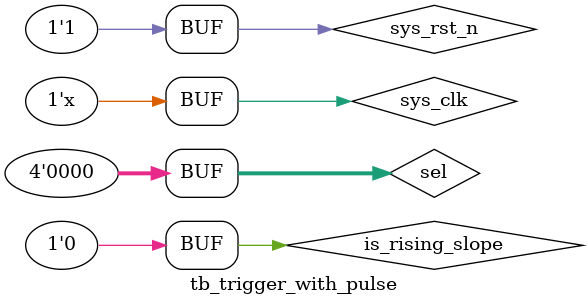
<source format=v>
`timescale 1ns / 1ps


module tb_trigger_with_pulse ();
  // parameter define
  parameter CLK_PERIOD = 20;

  // reg define
  reg        sys_clk;
  reg        sys_rst_n;
  reg  [3:0] sel;
  reg  [7:0] ad_data;
  reg        is_rising_slope;

  // wire define
  wire       clk_50m;  // 50MHz clock
  wire       clk_25m;  // 25MHz clock
  wire       locked;  // pll lock signal
  wire       rst_n;  // reset signal, active low
  wire       pulse;  // acquisition pulse

  // initial block
  initial begin
    sys_clk = 1'b0;
    sys_rst_n = 1'b0;
    sel = 4'd0;
    is_rising_slope = 1'b1;
    #200 sys_rst_n = 1'b1;
    #100000 sel = 4'd1;
    #100000 sel = 4'd0;
    is_rising_slope = 1'b0;
  end

  // main code

  assign rst_n = sys_rst_n & locked; // generate a new reset signal from system reset and pll lock signal

  // ad simulation
  always @(posedge clk_25m or negedge rst_n) begin
    if (!rst_n) begin
      ad_data <= 8'd0;
    end else begin
      ad_data <= ad_data + 1'b1;
    end
  end

  //clock gen
  always #(CLK_PERIOD / 2) sys_clk = ~sys_clk;  // 50MHz

  // pll
  clk_wiz_0 clk_wiz_tb_au (
      .clk_50m     (clk_50m),  // 50MHz clock
      .clk_25m     (clk_25m),  // 25MHz clock
      .clk_25m_120d(),         // 25MHz clock 120 degree phase shift
      .locked      (locked),   // pll lock signal
      .clk_in1     (sys_clk)   // input clock
  );

  // acquisition_pulse_gen
  acquisition_pulse_gen acquisition_pulse_gen_tb0 (
      .clk_50m(clk_50m),  // 50MHz clock
      .clk_25m(clk_25m),  // 25MHz clock
      .sys_rst_n(rst_n),  // reset signal, active low
      .sel(sel),
      .pulse(pulse)
  );

  // trigger
  trigger trigger_tb0 (
      .acquisition_clk(clk_25m),
      .rst_n(rst_n),
      .acquisition_pulse(pulse),
      .is_rising_slope(is_rising_slope),
      .threshold(8'd128),
      .ad_data(ad_data),
      .trigger()
  );

endmodule

</source>
